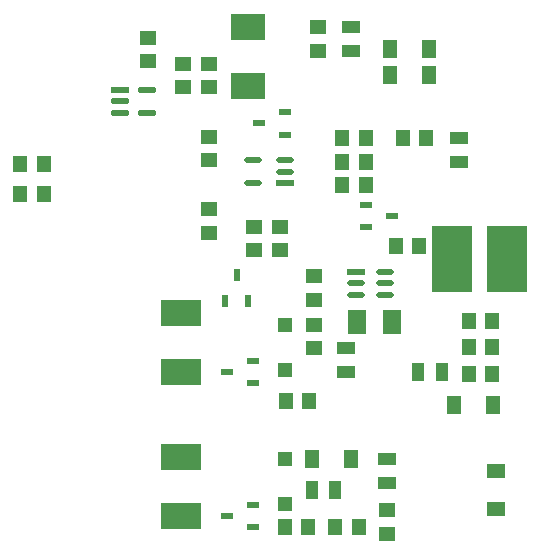
<source format=gtp>
%FSTAX24Y24*%
%MOIN*%
%SFA1B1*%

%IPPOS*%
%AMD22*
4,1,8,0.020500,0.009800,-0.020500,0.009800,-0.030300,0.000000,-0.030300,0.000000,-0.020500,-0.009800,0.020500,-0.009800,0.030300,0.000000,0.030300,0.000000,0.020500,0.009800,0.0*
1,1,0.019600,0.020500,0.000000*
1,1,0.019600,-0.020500,0.000000*
1,1,0.019600,-0.020500,0.000000*
1,1,0.019600,0.020500,0.000000*
%
%AMD25*
4,1,8,0.022400,0.009800,-0.022400,0.009800,-0.032200,0.000000,-0.032200,0.000000,-0.022400,-0.009800,0.022400,-0.009800,0.032200,0.000000,0.032200,0.000000,0.022400,0.009800,0.0*
1,1,0.019600,0.022400,0.000000*
1,1,0.019600,-0.022400,0.000000*
1,1,0.019600,-0.022400,0.000000*
1,1,0.019600,0.022400,0.000000*
%
G04~CAMADD=22~8~0.0~0.0~606.0~197.0~98.0~0.0~15~0.0~0.0~0.0~0.0~0~0.0~0.0~0.0~0.0~0~0.0~0.0~0.0~0.0~606.0~197.0*
%ADD22D22*%
%ADD23R,0.060600X0.019700*%
%ADD24R,0.064500X0.019700*%
G04~CAMADD=25~8~0.0~0.0~645.0~197.0~98.0~0.0~15~0.0~0.0~0.0~0.0~0~0.0~0.0~0.0~0.0~0~0.0~0.0~0.0~0.0~645.0~197.0*
%ADD25D25*%
%ADD26R,0.059100X0.039400*%
%ADD27R,0.039400X0.059100*%
%ADD28R,0.047200X0.059100*%
%ADD29R,0.059100X0.047200*%
%ADD30R,0.118100X0.090600*%
%ADD31R,0.137800X0.090600*%
%ADD32R,0.039400X0.023600*%
%ADD33R,0.023600X0.039400*%
%ADD34R,0.048000X0.047200*%
%ADD35R,0.137800X0.224400*%
%ADD36R,0.055100X0.047200*%
%ADD37R,0.047200X0.055100*%
%ADD38R,0.063000X0.078700*%
%ADD39R,0.047200X0.055100*%
%ADD40R,0.055100X0.047200*%
%LNpcb_source_iot-1*%
%LPD*%
G54D22*
X012762Y011949D03*
Y011575D03*
Y011201D03*
X011805D03*
Y011575D03*
X008354Y014921D03*
Y015669D03*
X009409D03*
Y015295D03*
G54D23*
X011805Y011949D03*
X009409Y014921D03*
G54D24*
X003911Y018012D03*
G54D25*
X003911Y017638D03*
Y017264D03*
X004829D03*
Y018012D03*
G54D26*
X011457Y008622D03*
Y009409D03*
X011614Y019331D03*
Y020118D03*
X012835Y004921D03*
Y005709D03*
X015236Y01563D03*
Y016417D03*
G54D27*
X011102Y004685D03*
X010315D03*
X013858Y008622D03*
X014646D03*
G54D28*
X012939Y018504D03*
X014226D03*
X012939Y01937D03*
X014226D03*
X015065Y00752D03*
X016352D03*
X011628Y005709D03*
X010341D03*
G54D29*
X016457Y005329D03*
Y004041D03*
G54D30*
X008189Y01815D03*
Y020118D03*
G54D31*
X005945Y008622D03*
Y010591D03*
Y003819D03*
Y005787D03*
G54D32*
X008343Y008252D03*
Y008992D03*
X007483Y008622D03*
X012129Y014189D03*
Y013449D03*
X012989Y013819D03*
X008343Y003449D03*
Y004189D03*
X007483Y003819D03*
X009409Y016535D03*
Y017275D03*
X008549Y016905D03*
G54D33*
X007441Y010984D03*
X008181D03*
X007811Y011844D03*
G54D34*
X009409Y008699D03*
Y010199D03*
Y004209D03*
Y005709D03*
G54D35*
X016831Y012402D03*
X01498D03*
G54D36*
X010394Y011024D03*
Y011811D03*
Y009409D03*
Y010197D03*
X004843Y018976D03*
Y019764D03*
X010512Y020118D03*
Y019331D03*
X00689Y013268D03*
Y014055D03*
X009252Y013465D03*
Y012677D03*
X00689Y015669D03*
Y016457D03*
X012835Y004016D03*
Y003228D03*
G54D37*
X010236Y007638D03*
X009449D03*
X012126Y014843D03*
X011339D03*
X014134Y016417D03*
X013346D03*
X011339Y01563D03*
X012126D03*
Y016417D03*
X011339D03*
X011102Y003465D03*
X01189D03*
X010197Y003449D03*
X009409D03*
X016339Y008543D03*
X015551D03*
G54D38*
X012992Y010276D03*
X011811D03*
G54D39*
X013898Y012835D03*
X01311D03*
X016339Y009449D03*
X015551D03*
X016339Y010315D03*
X015551D03*
X001378Y014567D03*
X000591D03*
X001378Y015551D03*
X000591D03*
G54D40*
X006024Y01811D03*
Y018898D03*
X00689Y01811D03*
Y018898D03*
X008386Y013465D03*
Y012677D03*
M02*
</source>
